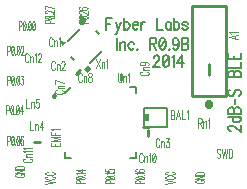
<source format=gto>
G04 DipTrace 2.4.0.2*
%IN2dB-SBLE.gto*%
%MOIN*%
%ADD10C,0.0098*%
%ADD13C,0.008*%
%ADD16C,0.006*%
%ADD33O,0.0189X0.0207*%
%ADD64C,0.0046*%
%ADD65C,0.0033*%
%ADD66C,0.0062*%
%FSLAX44Y44*%
G04*
G70*
G90*
G75*
G01*
%LNTopSilk*%
%LPD*%
X10736Y7596D2*
D10*
Y7971D1*
X10173Y6908D2*
Y9909D1*
X11298D1*
Y6908D1*
X10173D1*
G36*
X10736Y6794D2*
X10778Y6787D1*
X10817Y6764D1*
X10847Y6729D1*
X10867Y6685D1*
X10873Y6637D1*
X10867Y6588D1*
X10847Y6544D1*
X10817Y6510D1*
X10778Y6487D1*
X10736Y6479D1*
X10693Y6487D1*
X10655Y6510D1*
X10624Y6544D1*
X10604Y6588D1*
X10598Y6637D1*
X10604Y6685D1*
X10624Y6729D1*
X10655Y6764D1*
X10693Y6787D1*
X10736Y6794D1*
G37*
X9325Y5873D2*
D16*
X8574D1*
Y6498D1*
X9325D1*
Y5873D1*
G36*
X8753Y6065D2*
X8557D1*
Y6307D1*
X8753D1*
Y6065D1*
G37*
X6440Y9564D2*
D10*
X6579Y9425D1*
X6443Y7775D2*
X6304Y7636D1*
X8690Y5581D2*
Y5778D1*
X7819Y7649D2*
Y7452D1*
X8546Y5869D2*
X8743D1*
X4908Y5376D2*
X5105D1*
X5539Y6899D2*
G02X5539Y6899I49J0D01*
G01*
X5943Y4852D2*
D13*
Y5049D1*
Y4852D2*
X6140D1*
X8108D2*
X8305D1*
Y5049D1*
Y7018D2*
Y7215D1*
X8108D2*
X8305D1*
X5943Y7018D2*
X6140Y7215D1*
D33*
X6500Y9364D3*
G36*
X6816Y7811D2*
X6695Y7690D1*
X6575Y7810D1*
X6696Y7931D1*
X6816Y7811D1*
G37*
G36*
X5974Y8712D2*
X5794Y8733D1*
X5822Y8560D1*
X5820Y8557D1*
D1*
X5974Y8712D1*
G37*
X7174Y8419D2*
D16*
X6759Y8005D1*
X6223Y8109D2*
X6120Y8212D1*
X6439Y9160D2*
X6021Y8742D1*
X6982Y9062D2*
X7079Y8965D1*
X11710Y8933D2*
D64*
X11409Y8864D1*
X11710Y8795D1*
X11610Y8821D2*
Y8907D1*
X11466Y8988D2*
X11452Y9005D1*
X11409Y9031D1*
X11710D1*
X9462Y6431D2*
Y6129D1*
X9540D1*
X9566Y6144D1*
X9575Y6158D1*
X9583Y6186D1*
Y6230D1*
X9575Y6258D1*
X9566Y6273D1*
X9540Y6287D1*
X9566Y6302D1*
X9575Y6316D1*
X9583Y6344D1*
Y6373D1*
X9575Y6402D1*
X9566Y6416D1*
X9540Y6431D1*
X9462D1*
Y6287D2*
X9540D1*
X9777Y6129D2*
X9707Y6431D1*
X9639Y6129D1*
X9665Y6230D2*
X9751D1*
X9832Y6431D2*
Y6129D1*
X9935D1*
X9991Y6373D2*
X10008Y6387D1*
X10034Y6430D1*
Y6129D1*
X5527Y8800D2*
X5518Y8828D1*
X5501Y8857D1*
X5484Y8872D1*
X5449D1*
X5432Y8857D1*
X5415Y8828D1*
X5406Y8800D1*
X5398Y8757D1*
Y8685D1*
X5406Y8642D1*
X5415Y8613D1*
X5432Y8585D1*
X5449Y8570D1*
X5484D1*
X5501Y8585D1*
X5518Y8613D1*
X5527Y8642D1*
X5582Y8771D2*
Y8570D1*
Y8714D2*
X5608Y8757D1*
X5626Y8771D1*
X5651D1*
X5669Y8757D1*
X5677Y8714D1*
Y8570D1*
X5733Y8814D2*
X5750Y8828D1*
X5776Y8871D1*
Y8570D1*
X5604Y8008D2*
X5595Y8037D1*
X5578Y8065D1*
X5561Y8080D1*
X5527D1*
X5509Y8065D1*
X5492Y8037D1*
X5483Y8008D1*
X5475Y7965D1*
Y7893D1*
X5483Y7850D1*
X5492Y7821D1*
X5509Y7793D1*
X5527Y7778D1*
X5561D1*
X5578Y7793D1*
X5595Y7821D1*
X5604Y7850D1*
X5660Y7979D2*
Y7778D1*
Y7922D2*
X5685Y7965D1*
X5703Y7979D1*
X5728D1*
X5746Y7965D1*
X5754Y7922D1*
Y7778D1*
X5819Y8008D2*
Y8022D1*
X5827Y8051D1*
X5836Y8065D1*
X5853Y8079D1*
X5887D1*
X5905Y8065D1*
X5913Y8051D1*
X5922Y8022D1*
Y7993D1*
X5913Y7965D1*
X5896Y7922D1*
X5810Y7778D1*
X5930D1*
X9086Y5435D2*
X9078Y5464D1*
X9061Y5493D1*
X9043Y5507D1*
X9009D1*
X8992Y5493D1*
X8975Y5464D1*
X8966Y5435D1*
X8957Y5392D1*
Y5320D1*
X8966Y5278D1*
X8975Y5249D1*
X8992Y5220D1*
X9009Y5206D1*
X9043D1*
X9061Y5220D1*
X9078Y5249D1*
X9086Y5278D1*
X9142Y5407D2*
Y5206D1*
Y5349D2*
X9168Y5392D1*
X9185Y5407D1*
X9211D1*
X9228Y5392D1*
X9237Y5349D1*
Y5206D1*
X9310Y5507D2*
X9404D1*
X9353Y5392D1*
X9378D1*
X9396Y5378D1*
X9404Y5363D1*
X9413Y5320D1*
Y5292D1*
X9404Y5249D1*
X9387Y5220D1*
X9361Y5206D1*
X9335D1*
X9310Y5220D1*
X9301Y5234D1*
X9292Y5263D1*
X5666Y7111D2*
X5638Y7102D1*
X5609Y7085D1*
X5595Y7068D1*
Y7033D1*
X5609Y7016D1*
X5638Y6999D1*
X5666Y6990D1*
X5709Y6982D1*
X5781D1*
X5824Y6990D1*
X5853Y6999D1*
X5881Y7016D1*
X5896Y7033D1*
Y7068D1*
X5881Y7085D1*
X5853Y7102D1*
X5824Y7111D1*
X5695Y7166D2*
X5896D1*
X5752D2*
X5709Y7192D1*
X5695Y7209D1*
Y7235D1*
X5709Y7252D1*
X5752Y7261D1*
X5896D1*
Y7351D2*
X5595Y7437D1*
Y7317D1*
X6502Y7605D2*
X6493Y7633D1*
X6476Y7662D1*
X6459Y7676D1*
X6425D1*
X6407Y7662D1*
X6390Y7633D1*
X6381Y7605D1*
X6373Y7562D1*
Y7490D1*
X6381Y7447D1*
X6390Y7418D1*
X6407Y7389D1*
X6425Y7375D1*
X6459D1*
X6476Y7389D1*
X6493Y7418D1*
X6502Y7447D1*
X6558Y7576D2*
Y7375D1*
Y7518D2*
X6583Y7562D1*
X6601Y7576D1*
X6626D1*
X6644Y7562D1*
X6652Y7518D1*
Y7375D1*
X6751Y7676D2*
X6725Y7662D1*
X6716Y7633D1*
Y7604D1*
X6725Y7576D1*
X6742Y7561D1*
X6777Y7547D1*
X6803Y7533D1*
X6820Y7504D1*
X6828Y7475D1*
Y7432D1*
X6820Y7404D1*
X6811Y7389D1*
X6785Y7375D1*
X6751D1*
X6725Y7389D1*
X6716Y7404D1*
X6708Y7432D1*
Y7475D1*
X6716Y7504D1*
X6734Y7533D1*
X6759Y7547D1*
X6794Y7561D1*
X6811Y7576D1*
X6820Y7604D1*
Y7633D1*
X6811Y7662D1*
X6785Y7676D1*
X6751D1*
X8503Y7725D2*
X8474Y7717D1*
X8445Y7700D1*
X8431Y7683D1*
Y7648D1*
X8445Y7631D1*
X8474Y7614D1*
X8503Y7605D1*
X8546Y7596D1*
X8618D1*
X8660Y7605D1*
X8689Y7614D1*
X8718Y7631D1*
X8732Y7648D1*
Y7683D1*
X8718Y7700D1*
X8689Y7717D1*
X8660Y7725D1*
X8531Y7781D2*
X8732D1*
X8589D2*
X8546Y7807D1*
X8531Y7824D1*
Y7850D1*
X8546Y7867D1*
X8589Y7876D1*
X8732D1*
X8531Y8043D2*
X8575Y8035D1*
X8603Y8018D1*
X8618Y7992D1*
Y7983D1*
X8603Y7957D1*
X8575Y7940D1*
X8531Y7931D1*
X8517D1*
X8474Y7940D1*
X8446Y7957D1*
X8431Y7983D1*
Y7992D1*
X8446Y8018D1*
X8474Y8035D1*
X8531Y8043D1*
X8603D1*
X8675Y8035D1*
X8718Y8018D1*
X8732Y7992D1*
Y7975D1*
X8718Y7949D1*
X8689Y7940D1*
X8530Y4931D2*
X8522Y4960D1*
X8505Y4988D1*
X8487Y5003D1*
X8453D1*
X8436Y4988D1*
X8419Y4960D1*
X8410Y4931D1*
X8401Y4888D1*
Y4816D1*
X8410Y4773D1*
X8419Y4744D1*
X8436Y4716D1*
X8453Y4701D1*
X8487D1*
X8505Y4716D1*
X8522Y4744D1*
X8530Y4773D1*
X8586Y4902D2*
Y4701D1*
Y4845D2*
X8612Y4888D1*
X8629Y4902D1*
X8655D1*
X8672Y4888D1*
X8681Y4845D1*
Y4701D1*
X8736Y4945D2*
X8754Y4960D1*
X8780Y5002D1*
Y4701D1*
X8887Y5002D2*
X8861Y4988D1*
X8844Y4945D1*
X8835Y4873D1*
Y4830D1*
X8844Y4759D1*
X8861Y4716D1*
X8887Y4701D1*
X8904D1*
X8930Y4716D1*
X8947Y4759D1*
X8956Y4830D1*
Y4873D1*
X8947Y4945D1*
X8930Y4988D1*
X8904Y5002D1*
X8887D1*
X8947Y4945D2*
X8844Y4759D1*
X4604Y4826D2*
X4576Y4817D1*
X4547Y4800D1*
X4533Y4783D1*
Y4748D1*
X4547Y4731D1*
X4576Y4714D1*
X4604Y4705D1*
X4647Y4696D1*
X4719D1*
X4762Y4705D1*
X4791Y4714D1*
X4820Y4731D1*
X4834Y4748D1*
Y4783D1*
X4820Y4800D1*
X4791Y4817D1*
X4762Y4826D1*
X4633Y4881D2*
X4834D1*
X4691D2*
X4647Y4907D1*
X4633Y4924D1*
Y4950D1*
X4647Y4967D1*
X4691Y4976D1*
X4834D1*
X4590Y5031D2*
X4576Y5049D1*
X4533Y5075D1*
X4834D1*
X4590Y5130D2*
X4576Y5148D1*
X4533Y5173D1*
X4834D1*
X4723Y8269D2*
X4715Y8297D1*
X4697Y8326D1*
X4680Y8340D1*
X4646D1*
X4628Y8326D1*
X4611Y8297D1*
X4603Y8269D1*
X4594Y8226D1*
Y8154D1*
X4603Y8111D1*
X4611Y8082D1*
X4628Y8054D1*
X4646Y8039D1*
X4680D1*
X4697Y8054D1*
X4715Y8082D1*
X4723Y8111D1*
X4779Y8240D2*
Y8039D1*
Y8183D2*
X4805Y8226D1*
X4822Y8240D1*
X4848D1*
X4865Y8226D1*
X4873Y8183D1*
Y8039D1*
X4929Y8283D2*
X4946Y8297D1*
X4972Y8340D1*
Y8039D1*
X5036Y8268D2*
Y8283D1*
X5045Y8312D1*
X5054Y8326D1*
X5071Y8340D1*
X5105D1*
X5122Y8326D1*
X5131Y8312D1*
X5140Y8283D1*
Y8254D1*
X5131Y8225D1*
X5114Y8183D1*
X5028Y8039D1*
X5148D1*
X5465Y5354D2*
Y5242D1*
X5767D1*
Y5354D1*
X5609Y5242D2*
Y5311D1*
X5767Y5547D2*
X5465D1*
X5767Y5478D1*
X5465Y5409D1*
X5767D1*
X5465Y5714D2*
Y5602D1*
X5767D1*
X5609D2*
Y5671D1*
X5523Y5770D2*
X5508Y5787D1*
X5465Y5813D1*
X5767D1*
X4779Y6071D2*
Y5770D1*
X4883D1*
X4938Y5971D2*
Y5770D1*
Y5913D2*
X4964Y5956D1*
X4981Y5971D1*
X5007D1*
X5024Y5956D1*
X5033Y5913D1*
Y5770D1*
X5175D2*
Y6071D1*
X5088Y5870D1*
X5218D1*
X4643Y6820D2*
Y6518D1*
X4746D1*
X4801Y6719D2*
Y6518D1*
Y6662D2*
X4827Y6705D1*
X4845Y6719D1*
X4870D1*
X4888Y6705D1*
X4896Y6662D1*
Y6518D1*
X5055Y6819D2*
X4969D1*
X4960Y6690D1*
X4969Y6705D1*
X4995Y6719D1*
X5021D1*
X5046Y6705D1*
X5064Y6676D1*
X5072Y6633D1*
Y6605D1*
X5064Y6561D1*
X5046Y6533D1*
X5021Y6518D1*
X4995D1*
X4969Y6533D1*
X4960Y6547D1*
X4952Y6576D1*
X10376Y6019D2*
X10454D1*
X10480Y6033D1*
X10488Y6048D1*
X10497Y6076D1*
Y6105D1*
X10488Y6133D1*
X10480Y6148D1*
X10454Y6162D1*
X10376D1*
Y5861D1*
X10437Y6019D2*
X10497Y5861D1*
X10552Y6062D2*
Y5861D1*
Y6005D2*
X10578Y6048D1*
X10596Y6062D1*
X10621D1*
X10639Y6048D1*
X10647Y6005D1*
Y5861D1*
X10703Y6105D2*
X10720Y6119D1*
X10746Y6162D1*
Y5861D1*
X11112Y5106D2*
X11095Y5135D1*
X11069Y5150D1*
X11035D1*
X11009Y5135D1*
X10992Y5106D1*
Y5078D1*
X11000Y5049D1*
X11009Y5035D1*
X11026Y5021D1*
X11078Y4992D1*
X11095Y4977D1*
X11104Y4963D1*
X11112Y4934D1*
Y4891D1*
X11095Y4863D1*
X11069Y4848D1*
X11035D1*
X11009Y4863D1*
X10992Y4891D1*
X11168Y5150D2*
X11211Y4848D1*
X11254Y5150D1*
X11297Y4848D1*
X11340Y5150D1*
X11396D2*
Y4848D1*
X11456D1*
X11482Y4863D1*
X11499Y4891D1*
X11508Y4920D1*
X11516Y4963D1*
Y5035D1*
X11508Y5078D1*
X11499Y5106D1*
X11482Y5135D1*
X11456Y5150D1*
X11396D1*
X7696Y7680D2*
Y7465D1*
X7704Y7421D1*
X7721Y7393D1*
X7747Y7378D1*
X7764D1*
X7790Y7393D1*
X7808Y7421D1*
X7816Y7465D1*
Y7680D1*
X7872Y7579D2*
Y7378D1*
Y7522D2*
X7898Y7565D1*
X7915Y7579D1*
X7941D1*
X7958Y7565D1*
X7966Y7522D1*
Y7378D1*
X8022Y7622D2*
X8039Y7637D1*
X8065Y7679D1*
Y7378D1*
X6981Y8142D2*
X7101Y7841D1*
Y8142D2*
X6981Y7841D1*
X7157Y8042D2*
Y7841D1*
Y7984D2*
X7183Y8027D1*
X7200Y8042D1*
X7226D1*
X7243Y8027D1*
X7251Y7984D1*
Y7841D1*
X7307Y8085D2*
X7324Y8099D1*
X7350Y8142D1*
Y7841D1*
X5286Y3978D2*
D65*
X5588Y4036D1*
X5286Y4093D1*
X5358Y4234D2*
X5329Y4227D1*
X5300Y4212D1*
X5286Y4198D1*
Y4169D1*
X5300Y4155D1*
X5329Y4140D1*
X5358Y4133D1*
X5401Y4126D1*
X5473D1*
X5516Y4133D1*
X5544Y4140D1*
X5573Y4155D1*
X5588Y4169D1*
Y4198D1*
X5573Y4212D1*
X5544Y4227D1*
X5516Y4234D1*
X5358Y4374D2*
X5329Y4367D1*
X5300Y4352D1*
X5286Y4338D1*
Y4310D1*
X5300Y4295D1*
X5329Y4281D1*
X5358Y4274D1*
X5401Y4266D1*
X5473D1*
X5516Y4274D1*
X5544Y4281D1*
X5573Y4295D1*
X5588Y4310D1*
Y4338D1*
X5573Y4352D1*
X5544Y4367D1*
X5516Y4374D1*
X4350Y4322D2*
X4321Y4314D1*
X4292Y4300D1*
X4278Y4286D1*
Y4257D1*
X4292Y4243D1*
X4321Y4228D1*
X4350Y4221D1*
X4393Y4214D1*
X4465D1*
X4507Y4221D1*
X4536Y4228D1*
X4565Y4243D1*
X4579Y4257D1*
Y4286D1*
X4565Y4300D1*
X4536Y4314D1*
X4507Y4322D1*
X4465D1*
Y4286D1*
X4278Y4455D2*
X4579D1*
X4278Y4354D1*
X4579D1*
X4278Y4488D2*
X4579D1*
Y4538D1*
X4565Y4559D1*
X4536Y4574D1*
X4507Y4581D1*
X4465Y4588D1*
X4393D1*
X4350Y4581D1*
X4321Y4574D1*
X4292Y4559D1*
X4278Y4538D1*
Y4488D1*
X7511Y9518D2*
D66*
X7311D1*
Y9116D1*
Y9326D2*
X7434D1*
X7625Y9384D2*
X7717Y9116D1*
X7686Y9039D1*
X7655Y9001D1*
X7625Y8982D1*
X7609D1*
X7809Y9384D2*
X7717Y9116D1*
X7907Y9518D2*
Y9116D1*
Y9326D2*
X7938Y9365D1*
X7969Y9384D1*
X8015D1*
X8045Y9365D1*
X8076Y9326D1*
X8091Y9269D1*
Y9231D1*
X8076Y9173D1*
X8045Y9135D1*
X8015Y9116D1*
X7969D1*
X7938Y9135D1*
X7907Y9173D1*
X8190Y9269D2*
X8373D1*
Y9307D1*
X8358Y9346D1*
X8343Y9365D1*
X8312Y9384D1*
X8266D1*
X8236Y9365D1*
X8205Y9326D1*
X8190Y9269D1*
Y9231D1*
X8205Y9173D1*
X8236Y9135D1*
X8266Y9116D1*
X8312D1*
X8343Y9135D1*
X8373Y9173D1*
X8472Y9384D2*
Y9116D1*
Y9269D2*
X8488Y9326D1*
X8518Y9365D1*
X8549Y9384D1*
X8595D1*
X9005Y9518D2*
Y9116D1*
X9188D1*
X9471Y9384D2*
Y9116D1*
Y9326D2*
X9440Y9365D1*
X9410Y9384D1*
X9364D1*
X9333Y9365D1*
X9303Y9326D1*
X9287Y9269D1*
Y9231D1*
X9303Y9173D1*
X9333Y9135D1*
X9364Y9116D1*
X9410D1*
X9440Y9135D1*
X9471Y9173D1*
X9570Y9518D2*
Y9116D1*
Y9326D2*
X9600Y9365D1*
X9631Y9384D1*
X9677D1*
X9707Y9365D1*
X9738Y9326D1*
X9753Y9269D1*
Y9231D1*
X9738Y9173D1*
X9707Y9135D1*
X9677Y9116D1*
X9631D1*
X9600Y9135D1*
X9570Y9173D1*
X10020Y9326D2*
X10005Y9365D1*
X9959Y9384D1*
X9913D1*
X9867Y9365D1*
X9852Y9326D1*
X9867Y9288D1*
X9898Y9269D1*
X9974Y9250D1*
X10005Y9231D1*
X10020Y9192D1*
Y9173D1*
X10005Y9135D1*
X9959Y9116D1*
X9913D1*
X9867Y9135D1*
X9852Y9173D1*
X11482Y5742D2*
X11463D1*
X11424Y5757D1*
X11405Y5772D1*
X11386Y5803D1*
Y5864D1*
X11405Y5895D1*
X11424Y5910D1*
X11463Y5926D1*
X11501D1*
X11539Y5910D1*
X11596Y5880D1*
X11788Y5726D1*
Y5941D1*
X11386Y6223D2*
X11788D1*
X11577D2*
X11539Y6193D1*
X11520Y6162D1*
Y6116D1*
X11539Y6086D1*
X11577Y6055D1*
X11635Y6040D1*
X11673D1*
X11730Y6055D1*
X11768Y6086D1*
X11788Y6116D1*
Y6162D1*
X11768Y6193D1*
X11730Y6223D1*
X11386Y6322D2*
X11788D1*
Y6460D1*
X11768Y6506D1*
X11749Y6521D1*
X11711Y6536D1*
X11654D1*
X11615Y6521D1*
X11596Y6506D1*
X11577Y6460D1*
X11558Y6506D1*
X11539Y6521D1*
X11501Y6536D1*
X11462D1*
X11424Y6521D1*
X11405Y6506D1*
X11386Y6460D1*
Y6322D1*
X11577D2*
Y6460D1*
X11587Y6635D2*
Y6812D1*
X11443Y7125D2*
X11405Y7095D1*
X11386Y7049D1*
Y6988D1*
X11405Y6942D1*
X11443Y6911D1*
X11481D1*
X11520Y6926D1*
X11539Y6942D1*
X11558Y6972D1*
X11596Y7064D1*
X11615Y7095D1*
X11635Y7110D1*
X11673Y7125D1*
X11730D1*
X11768Y7095D1*
X11788Y7049D1*
Y6988D1*
X11768Y6942D1*
X11730Y6911D1*
X11386Y7535D2*
X11788D1*
Y7673D1*
X11768Y7719D1*
X11749Y7734D1*
X11711Y7749D1*
X11654D1*
X11615Y7734D1*
X11596Y7719D1*
X11577Y7673D1*
X11558Y7719D1*
X11539Y7734D1*
X11501Y7749D1*
X11462D1*
X11424Y7734D1*
X11405Y7719D1*
X11386Y7673D1*
Y7535D1*
X11577D2*
Y7673D1*
X11386Y7848D2*
X11788D1*
Y8032D1*
X11386Y8329D2*
Y8131D1*
X11788D1*
Y8329D1*
X11577Y8131D2*
Y8253D1*
X7682Y8850D2*
Y8448D1*
X7781Y8716D2*
Y8448D1*
Y8639D2*
X7827Y8697D1*
X7857Y8716D1*
X7903D1*
X7934Y8697D1*
X7949Y8639D1*
Y8448D1*
X8232Y8658D2*
X8201Y8697D1*
X8170Y8716D1*
X8125D1*
X8094Y8697D1*
X8063Y8658D1*
X8048Y8601D1*
Y8563D1*
X8063Y8505D1*
X8094Y8467D1*
X8125Y8448D1*
X8170D1*
X8201Y8467D1*
X8232Y8505D1*
X8346Y8486D2*
X8331Y8467D1*
X8346Y8448D1*
X8361Y8467D1*
X8346Y8486D1*
X8771Y8658D2*
X8909D1*
X8955Y8678D1*
X8970Y8697D1*
X8986Y8735D1*
Y8773D1*
X8970Y8811D1*
X8955Y8831D1*
X8909Y8850D1*
X8771D1*
Y8448D1*
X8878Y8658D2*
X8986Y8448D1*
X9176Y8849D2*
X9130Y8830D1*
X9100Y8773D1*
X9084Y8677D1*
Y8620D1*
X9100Y8524D1*
X9130Y8467D1*
X9176Y8448D1*
X9207D1*
X9253Y8467D1*
X9283Y8524D1*
X9299Y8620D1*
Y8677D1*
X9283Y8773D1*
X9253Y8830D1*
X9207Y8849D1*
X9176D1*
X9283Y8773D2*
X9100Y8524D1*
X9413Y8486D2*
X9398Y8467D1*
X9413Y8448D1*
X9428Y8467D1*
X9413Y8486D1*
X9726Y8716D2*
X9711Y8658D1*
X9680Y8620D1*
X9634Y8601D1*
X9619D1*
X9573Y8620D1*
X9543Y8658D1*
X9527Y8716D1*
Y8735D1*
X9543Y8792D1*
X9573Y8830D1*
X9619Y8849D1*
X9634D1*
X9680Y8830D1*
X9711Y8792D1*
X9726Y8716D1*
Y8620D1*
X9711Y8524D1*
X9680Y8467D1*
X9634Y8448D1*
X9604D1*
X9558Y8467D1*
X9543Y8505D1*
X9825Y8850D2*
Y8448D1*
X9963D1*
X10009Y8467D1*
X10024Y8486D1*
X10039Y8524D1*
Y8582D1*
X10024Y8620D1*
X10009Y8639D1*
X9963Y8658D1*
X10009Y8678D1*
X10024Y8697D1*
X10039Y8735D1*
Y8773D1*
X10024Y8811D1*
X10009Y8831D1*
X9963Y8850D1*
X9825D1*
Y8658D2*
X9963D1*
X6547Y9340D2*
D65*
Y9405D1*
X6533Y9426D1*
X6518Y9433D1*
X6490Y9440D1*
X6447D1*
X6418Y9433D1*
X6404Y9426D1*
X6389Y9405D1*
Y9340D1*
X6691D1*
X6390Y9516D2*
X6404Y9495D1*
X6447Y9480D1*
X6519Y9473D1*
X6562D1*
X6634Y9480D1*
X6677Y9495D1*
X6691Y9516D1*
Y9531D1*
X6677Y9552D1*
X6634Y9566D1*
X6562Y9574D1*
X6519D1*
X6447Y9566D1*
X6404Y9552D1*
X6390Y9531D1*
Y9516D1*
X6447Y9566D2*
X6634Y9480D1*
X6662Y9614D2*
X6677Y9607D1*
X6691Y9614D1*
X6677Y9621D1*
X6662Y9614D1*
X6461Y9661D2*
X6447D1*
X6418Y9668D1*
X6404Y9675D1*
X6390Y9690D1*
Y9718D1*
X6404Y9733D1*
X6418Y9740D1*
X6447Y9747D1*
X6476D1*
X6505Y9740D1*
X6547Y9726D1*
X6691Y9654D1*
Y9754D1*
X6433Y9873D2*
X6404Y9866D1*
X6390Y9844D1*
Y9830D1*
X6404Y9809D1*
X6447Y9794D1*
X6519Y9787D1*
X6590D1*
X6648Y9794D1*
X6677Y9809D1*
X6691Y9830D1*
Y9837D1*
X6677Y9859D1*
X6648Y9873D1*
X6605Y9880D1*
X6590D1*
X6547Y9873D1*
X6519Y9859D1*
X6505Y9837D1*
Y9830D1*
X6519Y9809D1*
X6547Y9794D1*
X6590Y9787D1*
X5425Y9357D2*
Y9421D1*
X5411Y9443D1*
X5396Y9450D1*
X5368Y9457D1*
X5325D1*
X5296Y9450D1*
X5281Y9443D1*
X5267Y9421D1*
Y9357D1*
X5569D1*
X5268Y9533D2*
X5282Y9512D1*
X5325Y9497D1*
X5397Y9490D1*
X5440D1*
X5511Y9497D1*
X5554Y9512D1*
X5569Y9533D1*
Y9547D1*
X5554Y9569D1*
X5511Y9583D1*
X5440Y9590D1*
X5397D1*
X5325Y9583D1*
X5282Y9569D1*
X5268Y9547D1*
Y9533D1*
X5325Y9583D2*
X5511Y9497D1*
X5540Y9630D2*
X5554Y9623D1*
X5569Y9630D1*
X5554Y9638D1*
X5540Y9630D1*
X5339Y9678D2*
X5325D1*
X5296Y9685D1*
X5282Y9692D1*
X5268Y9707D1*
Y9735D1*
X5282Y9749D1*
X5296Y9757D1*
X5325Y9764D1*
X5353D1*
X5382Y9757D1*
X5425Y9742D1*
X5569Y9671D1*
Y9771D1*
Y9833D2*
X5268Y9904D1*
Y9804D1*
X4391Y9249D2*
X4456D1*
X4477Y9263D1*
X4484Y9278D1*
X4491Y9307D1*
Y9350D1*
X4484Y9378D1*
X4477Y9393D1*
X4456Y9407D1*
X4391D1*
Y9106D1*
X4567Y9407D2*
X4546Y9392D1*
X4531Y9349D1*
X4524Y9278D1*
Y9235D1*
X4531Y9163D1*
X4546Y9120D1*
X4567Y9106D1*
X4582D1*
X4603Y9120D1*
X4617Y9163D1*
X4625Y9235D1*
Y9278D1*
X4617Y9349D1*
X4603Y9392D1*
X4582Y9407D1*
X4567D1*
X4617Y9349D2*
X4531Y9163D1*
X4665Y9134D2*
X4657Y9120D1*
X4665Y9106D1*
X4672Y9120D1*
X4665Y9134D1*
X4748Y9407D2*
X4726Y9392D1*
X4712Y9349D1*
X4705Y9278D1*
Y9235D1*
X4712Y9163D1*
X4726Y9120D1*
X4748Y9106D1*
X4762D1*
X4784Y9120D1*
X4798Y9163D1*
X4805Y9235D1*
Y9278D1*
X4798Y9349D1*
X4784Y9392D1*
X4762Y9407D1*
X4748D1*
X4798Y9349D2*
X4712Y9163D1*
X4881Y9407D2*
X4860Y9392D1*
X4845Y9349D1*
X4838Y9278D1*
Y9235D1*
X4845Y9163D1*
X4860Y9120D1*
X4881Y9106D1*
X4895D1*
X4917Y9120D1*
X4931Y9163D1*
X4938Y9235D1*
Y9278D1*
X4931Y9349D1*
X4917Y9392D1*
X4895Y9407D1*
X4881D1*
X4931Y9349D2*
X4845Y9163D1*
X4007Y8426D2*
X4072D1*
X4093Y8441D1*
X4100Y8455D1*
X4108Y8484D1*
Y8527D1*
X4100Y8555D1*
X4093Y8570D1*
X4072Y8584D1*
X4007D1*
Y8283D1*
X4184Y8584D2*
X4162Y8570D1*
X4148Y8527D1*
X4140Y8455D1*
Y8412D1*
X4148Y8340D1*
X4162Y8297D1*
X4184Y8283D1*
X4198D1*
X4219Y8297D1*
X4234Y8340D1*
X4241Y8412D1*
Y8455D1*
X4234Y8527D1*
X4219Y8570D1*
X4198Y8584D1*
X4184D1*
X4234Y8527D2*
X4148Y8340D1*
X4281Y8312D2*
X4274Y8297D1*
X4281Y8283D1*
X4288Y8297D1*
X4281Y8312D1*
X4364Y8584D2*
X4342Y8570D1*
X4328Y8527D1*
X4321Y8455D1*
Y8412D1*
X4328Y8340D1*
X4342Y8297D1*
X4364Y8283D1*
X4378D1*
X4400Y8297D1*
X4414Y8340D1*
X4421Y8412D1*
Y8455D1*
X4414Y8527D1*
X4400Y8570D1*
X4378Y8584D1*
X4364D1*
X4414Y8527D2*
X4328Y8340D1*
X4462Y8512D2*
Y8527D1*
X4469Y8555D1*
X4476Y8570D1*
X4490Y8584D1*
X4519D1*
X4533Y8570D1*
X4540Y8555D1*
X4548Y8527D1*
Y8498D1*
X4540Y8469D1*
X4526Y8426D1*
X4454Y8283D1*
X4555D1*
X4004Y7435D2*
X4069D1*
X4090Y7449D1*
X4098Y7464D1*
X4105Y7493D1*
Y7536D1*
X4098Y7564D1*
X4090Y7579D1*
X4069Y7593D1*
X4004D1*
Y7292D1*
X4181Y7593D2*
X4159Y7578D1*
X4145Y7535D1*
X4138Y7464D1*
Y7421D1*
X4145Y7349D1*
X4159Y7306D1*
X4181Y7292D1*
X4195D1*
X4217Y7306D1*
X4231Y7349D1*
X4238Y7421D1*
Y7464D1*
X4231Y7535D1*
X4217Y7578D1*
X4195Y7593D1*
X4181D1*
X4231Y7535D2*
X4145Y7349D1*
X4278Y7320D2*
X4271Y7306D1*
X4278Y7292D1*
X4285Y7306D1*
X4278Y7320D1*
X4361Y7593D2*
X4340Y7578D1*
X4325Y7535D1*
X4318Y7464D1*
Y7421D1*
X4325Y7349D1*
X4340Y7306D1*
X4361Y7292D1*
X4376D1*
X4397Y7306D1*
X4411Y7349D1*
X4419Y7421D1*
Y7464D1*
X4411Y7535D1*
X4397Y7578D1*
X4376Y7593D1*
X4361D1*
X4411Y7535D2*
X4325Y7349D1*
X4466Y7593D2*
X4545D1*
X4502Y7478D1*
X4523D1*
X4538Y7464D1*
X4545Y7449D1*
X4552Y7406D1*
Y7378D1*
X4545Y7335D1*
X4530Y7306D1*
X4509Y7292D1*
X4487D1*
X4466Y7306D1*
X4459Y7320D1*
X4451Y7349D1*
X3983Y6438D2*
X4048D1*
X4069Y6452D1*
X4077Y6467D1*
X4084Y6495D1*
Y6539D1*
X4077Y6567D1*
X4069Y6582D1*
X4048Y6596D1*
X3983D1*
Y6295D1*
X4160Y6596D2*
X4138Y6581D1*
X4124Y6538D1*
X4117Y6467D1*
Y6424D1*
X4124Y6352D1*
X4138Y6309D1*
X4160Y6295D1*
X4174D1*
X4196Y6309D1*
X4210Y6352D1*
X4217Y6424D1*
Y6467D1*
X4210Y6538D1*
X4196Y6581D1*
X4174Y6596D1*
X4160D1*
X4210Y6538D2*
X4124Y6352D1*
X4257Y6323D2*
X4250Y6309D1*
X4257Y6295D1*
X4264Y6309D1*
X4257Y6323D1*
X4340Y6596D2*
X4319Y6581D1*
X4304Y6538D1*
X4297Y6467D1*
Y6424D1*
X4304Y6352D1*
X4319Y6309D1*
X4340Y6295D1*
X4355D1*
X4376Y6309D1*
X4390Y6352D1*
X4398Y6424D1*
Y6467D1*
X4390Y6538D1*
X4376Y6581D1*
X4355Y6596D1*
X4340D1*
X4390Y6538D2*
X4304Y6352D1*
X4502Y6295D2*
Y6596D1*
X4431Y6395D1*
X4538D1*
X4001Y5421D2*
X4066D1*
X4087Y5435D1*
X4094Y5450D1*
X4101Y5478D1*
Y5521D1*
X4094Y5550D1*
X4087Y5564D1*
X4066Y5579D1*
X4001D1*
Y5277D1*
X4177Y5578D2*
X4156Y5564D1*
X4141Y5521D1*
X4134Y5449D1*
Y5406D1*
X4141Y5335D1*
X4156Y5292D1*
X4177Y5277D1*
X4192D1*
X4213Y5292D1*
X4227Y5335D1*
X4235Y5406D1*
Y5449D1*
X4227Y5521D1*
X4213Y5564D1*
X4192Y5578D1*
X4177D1*
X4227Y5521D2*
X4141Y5335D1*
X4275Y5306D2*
X4268Y5292D1*
X4275Y5277D1*
X4282Y5292D1*
X4275Y5306D1*
X4358Y5578D2*
X4336Y5564D1*
X4322Y5521D1*
X4315Y5449D1*
Y5406D1*
X4322Y5335D1*
X4336Y5292D1*
X4358Y5277D1*
X4372D1*
X4394Y5292D1*
X4408Y5335D1*
X4415Y5406D1*
Y5449D1*
X4408Y5521D1*
X4394Y5564D1*
X4372Y5578D1*
X4358D1*
X4408Y5521D2*
X4322Y5335D1*
X4534Y5536D2*
X4527Y5564D1*
X4505Y5578D1*
X4491D1*
X4470Y5564D1*
X4455Y5521D1*
X4448Y5449D1*
Y5378D1*
X4455Y5320D1*
X4470Y5292D1*
X4491Y5277D1*
X4498D1*
X4520Y5292D1*
X4534Y5320D1*
X4541Y5364D1*
Y5378D1*
X4534Y5421D1*
X4520Y5449D1*
X4498Y5464D1*
X4491D1*
X4470Y5449D1*
X4455Y5421D1*
X4448Y5378D1*
X9286Y3994D2*
X9588Y4051D1*
X9286Y4109D1*
X9358Y4249D2*
X9329Y4242D1*
X9301Y4228D1*
X9286Y4213D1*
Y4185D1*
X9301Y4170D1*
X9329Y4156D1*
X9358Y4149D1*
X9401Y4142D1*
X9473D1*
X9516Y4149D1*
X9545Y4156D1*
X9573Y4170D1*
X9588Y4185D1*
Y4213D1*
X9573Y4228D1*
X9545Y4242D1*
X9516Y4249D1*
X9358Y4390D2*
X9329Y4383D1*
X9301Y4368D1*
X9286Y4354D1*
Y4325D1*
X9301Y4311D1*
X9329Y4296D1*
X9358Y4289D1*
X9401Y4282D1*
X9473D1*
X9516Y4289D1*
X9545Y4296D1*
X9573Y4311D1*
X9588Y4325D1*
Y4354D1*
X9573Y4368D1*
X9545Y4383D1*
X9516Y4390D1*
X10354Y4111D2*
X10326Y4104D1*
X10297Y4089D1*
X10283Y4075D1*
Y4046D1*
X10297Y4032D1*
X10326Y4018D1*
X10354Y4010D1*
X10398Y4003D1*
X10469D1*
X10512Y4010D1*
X10541Y4018D1*
X10570Y4032D1*
X10584Y4046D1*
Y4075D1*
X10570Y4089D1*
X10541Y4104D1*
X10512Y4111D1*
X10469D1*
Y4075D1*
X10283Y4244D2*
X10584D1*
X10283Y4144D1*
X10584D1*
X10283Y4277D2*
X10584D1*
Y4327D1*
X10570Y4349D1*
X10541Y4363D1*
X10512Y4370D1*
X10469Y4377D1*
X10398D1*
X10354Y4370D1*
X10326Y4363D1*
X10297Y4349D1*
X10283Y4327D1*
Y4277D1*
X6446Y4001D2*
Y4066D1*
X6432Y4087D1*
X6417Y4094D1*
X6389Y4101D1*
X6346D1*
X6317Y4094D1*
X6302Y4087D1*
X6288Y4066D1*
Y4001D1*
X6590D1*
X6289Y4177D2*
X6303Y4156D1*
X6346Y4141D1*
X6418Y4134D1*
X6461D1*
X6532Y4141D1*
X6575Y4156D1*
X6590Y4177D1*
Y4192D1*
X6575Y4213D1*
X6532Y4227D1*
X6461Y4235D1*
X6418D1*
X6346Y4227D1*
X6303Y4213D1*
X6289Y4192D1*
Y4177D1*
X6346Y4227D2*
X6532Y4141D1*
X6561Y4275D2*
X6575Y4268D1*
X6590Y4275D1*
X6575Y4282D1*
X6561Y4275D1*
X6346Y4315D2*
X6331Y4329D1*
X6289Y4351D1*
X6590D1*
Y4455D2*
X6289D1*
X6489Y4384D1*
Y4491D1*
X7439Y4003D2*
Y4067D1*
X7425Y4089D1*
X7410Y4096D1*
X7382Y4103D1*
X7338D1*
X7310Y4096D1*
X7295Y4089D1*
X7281Y4067D1*
Y4003D1*
X7582D1*
X7281Y4179D2*
X7296Y4157D1*
X7339Y4143D1*
X7410Y4136D1*
X7453D1*
X7525Y4143D1*
X7568Y4157D1*
X7582Y4179D1*
Y4193D1*
X7568Y4215D1*
X7525Y4229D1*
X7453Y4236D1*
X7410D1*
X7339Y4229D1*
X7296Y4215D1*
X7281Y4193D1*
Y4179D1*
X7339Y4229D2*
X7525Y4143D1*
X7554Y4276D2*
X7568Y4269D1*
X7582Y4276D1*
X7568Y4284D1*
X7554Y4276D1*
X7339Y4316D2*
X7324Y4331D1*
X7281Y4352D1*
X7582D1*
X7281Y4471D2*
Y4400D1*
X7410Y4392D1*
X7396Y4400D1*
X7382Y4421D1*
Y4442D1*
X7396Y4464D1*
X7425Y4478D1*
X7468Y4486D1*
X7496D1*
X7539Y4478D1*
X7568Y4464D1*
X7582Y4442D1*
Y4421D1*
X7568Y4400D1*
X7554Y4392D1*
X7525Y4385D1*
X8441Y4001D2*
Y4066D1*
X8427Y4087D1*
X8412Y4094D1*
X8383Y4102D1*
X8340D1*
X8312Y4094D1*
X8297Y4087D1*
X8283Y4066D1*
Y4001D1*
X8584D1*
X8283Y4177D2*
X8298Y4156D1*
X8341Y4141D1*
X8412Y4134D1*
X8455D1*
X8527Y4141D1*
X8570Y4156D1*
X8584Y4177D1*
Y4192D1*
X8570Y4213D1*
X8527Y4228D1*
X8455Y4235D1*
X8412D1*
X8341Y4228D1*
X8298Y4213D1*
X8283Y4192D1*
Y4177D1*
X8341Y4228D2*
X8527Y4141D1*
X8556Y4275D2*
X8570Y4268D1*
X8584Y4275D1*
X8570Y4282D1*
X8556Y4275D1*
X8341Y4315D2*
X8326Y4329D1*
X8283Y4351D1*
X8584D1*
X8326Y4470D2*
X8298Y4463D1*
X8283Y4441D1*
Y4427D1*
X8298Y4405D1*
X8341Y4391D1*
X8412Y4384D1*
X8484D1*
X8541Y4391D1*
X8570Y4405D1*
X8584Y4427D1*
Y4434D1*
X8570Y4455D1*
X8541Y4470D1*
X8498Y4477D1*
X8484D1*
X8441Y4470D1*
X8412Y4455D1*
X8398Y4434D1*
Y4427D1*
X8412Y4405D1*
X8441Y4391D1*
X8484Y4384D1*
X8896Y8184D2*
D66*
Y8203D1*
X8911Y8241D1*
X8927Y8260D1*
X8957Y8279D1*
X9019D1*
X9049Y8260D1*
X9064Y8241D1*
X9080Y8203D1*
Y8165D1*
X9064Y8126D1*
X9034Y8069D1*
X8881Y7878D1*
X9095D1*
X9286Y8279D2*
X9240Y8260D1*
X9209Y8203D1*
X9194Y8107D1*
Y8050D1*
X9209Y7954D1*
X9240Y7897D1*
X9286Y7878D1*
X9316D1*
X9362Y7897D1*
X9393Y7954D1*
X9408Y8050D1*
Y8107D1*
X9393Y8203D1*
X9362Y8260D1*
X9316Y8279D1*
X9286D1*
X9393Y8203D2*
X9209Y7954D1*
X9507Y8203D2*
X9538Y8222D1*
X9584Y8279D1*
Y7878D1*
X9836D2*
Y8279D1*
X9683Y8012D1*
X9912D1*
M02*

</source>
